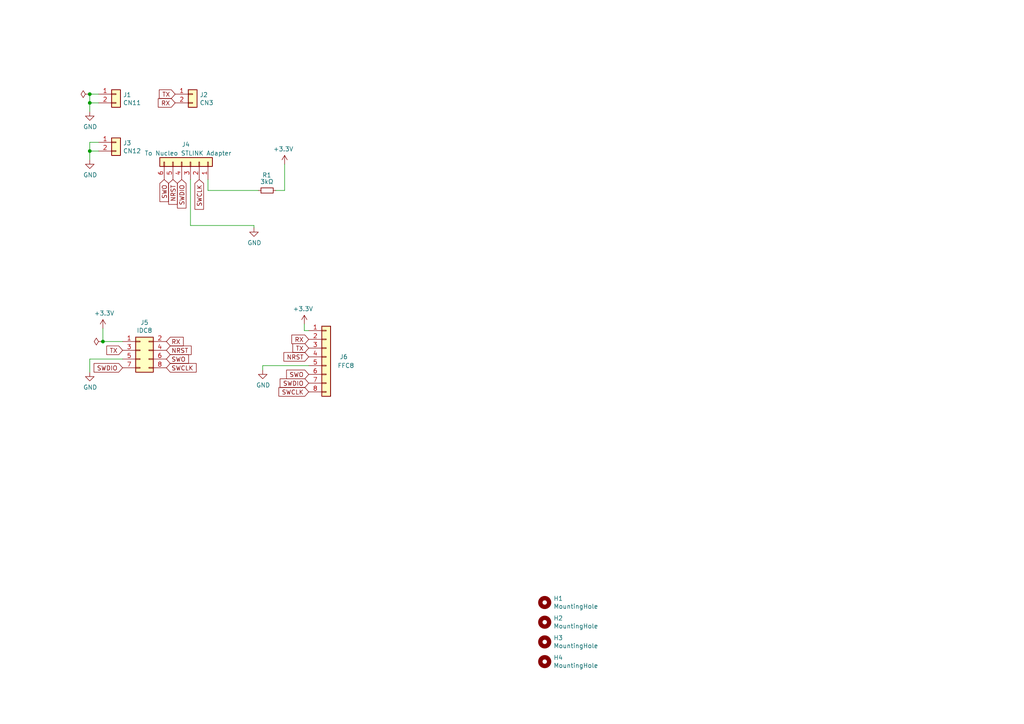
<source format=kicad_sch>
(kicad_sch (version 20230121) (generator eeschema)
  (paper "A4")
  (title_block (title "ST-Link Breakout") (date "2023-09-09") (company "Retronics - Bjørner Sandom"))
  (lib_symbols
    (symbol "Connector_Generic:Conn_01x02" (pin_names (offset 1.016) hide)
      (property "Reference" "J" (at 0 2.54 0))
      (property "Value" "Conn_01x02" (at 0 -5.08 0))
      (symbol "Conn_01x02_1_1"
        (rectangle (start -1.27 -2.413) (end 0 -2.667) (stroke (width 0.1524)))
        (rectangle (start -1.27 0.127) (end 0 -0.127) (stroke (width 0.1524)))
        (rectangle (start -1.27 1.27) (end 1.27 -3.81) (stroke (width 0.254)) (fill (type background)))
        (pin passive line (at -5.08 0 0) (length 3.81) (name "Pin_1") (number "1"))
        (pin passive line (at -5.08 -2.54 0) (length 3.81) (name "Pin_2") (number "2"))
      )
    )
    (symbol "Connector_Generic:Conn_01x06" (pin_names (offset 1.016) hide)
      (property "Reference" "J" (at 0 7.62 0))
      (property "Value" "Conn_01x06" (at 0 -10.16 0))
      (symbol "Conn_01x06_1_1"
        (rectangle (start -1.27 -7.493) (end 0 -7.747) (stroke (width 0.1524)))
        (rectangle (start -1.27 -4.953) (end 0 -5.207) (stroke (width 0.1524)))
        (rectangle (start -1.27 -2.413) (end 0 -2.667) (stroke (width 0.1524)))
        (rectangle (start -1.27 0.127) (end 0 -0.127) (stroke (width 0.1524)))
        (rectangle (start -1.27 2.667) (end 0 2.413) (stroke (width 0.1524)))
        (rectangle (start -1.27 5.207) (end 0 4.953) (stroke (width 0.1524)))
        (rectangle (start -1.27 6.35) (end 1.27 -8.89) (stroke (width 0.254)) (fill (type background)))
        (pin passive line (at -5.08 5.08 0) (length 3.81) (name "Pin_1") (number "1"))
        (pin passive line (at -5.08 2.54 0) (length 3.81) (name "Pin_2") (number "2"))
        (pin passive line (at -5.08 0 0) (length 3.81) (name "Pin_3") (number "3"))
        (pin passive line (at -5.08 -2.54 0) (length 3.81) (name "Pin_4") (number "4"))
        (pin passive line (at -5.08 -5.08 0) (length 3.81) (name "Pin_5") (number "5"))
        (pin passive line (at -5.08 -7.62 0) (length 3.81) (name "Pin_6") (number "6"))
      )
    )
    (symbol "Connector_Generic:Conn_01x08" (pin_names (offset 1.016) hide)
      (property "Reference" "J" (at 0 10.16 0))
      (property "Value" "Conn_01x08" (at 0 -12.7 0))
      (symbol "Conn_01x08_1_1"
        (rectangle (start -1.27 -10.033) (end 0 -10.287) (stroke (width 0.1524)))
        (rectangle (start -1.27 -7.493) (end 0 -7.747) (stroke (width 0.1524)))
        (rectangle (start -1.27 -4.953) (end 0 -5.207) (stroke (width 0.1524)))
        (rectangle (start -1.27 -2.413) (end 0 -2.667) (stroke (width 0.1524)))
        (rectangle (start -1.27 0.127) (end 0 -0.127) (stroke (width 0.1524)))
        (rectangle (start -1.27 2.667) (end 0 2.413) (stroke (width 0.1524)))
        (rectangle (start -1.27 5.207) (end 0 4.953) (stroke (width 0.1524)))
        (rectangle (start -1.27 7.747) (end 0 7.493) (stroke (width 0.1524)))
        (rectangle (start -1.27 8.89) (end 1.27 -11.43) (stroke (width 0.254)) (fill (type background)))
        (pin passive line (at -5.08 7.62 0) (length 3.81) (name "Pin_1") (number "1"))
        (pin passive line (at -5.08 5.08 0) (length 3.81) (name "Pin_2") (number "2"))
        (pin passive line (at -5.08 2.54 0) (length 3.81) (name "Pin_3") (number "3"))
        (pin passive line (at -5.08 0 0) (length 3.81) (name "Pin_4") (number "4"))
        (pin passive line (at -5.08 -2.54 0) (length 3.81) (name "Pin_5") (number "5"))
        (pin passive line (at -5.08 -5.08 0) (length 3.81) (name "Pin_6") (number "6"))
        (pin passive line (at -5.08 -7.62 0) (length 3.81) (name "Pin_7") (number "7"))
        (pin passive line (at -5.08 -10.16 0) (length 3.81) (name "Pin_8") (number "8"))
      )
    )
    (symbol "Connector_Generic:Conn_02x04_Odd_Even" (pin_names (offset 1.016) hide)
      (property "Reference" "J" (at 1.27 5.08 0))
      (property "Value" "Conn_02x04_Odd_Even" (at 1.27 -7.62 0))
      (symbol "Conn_02x04_Odd_Even_1_1"
        (rectangle (start -1.27 -4.953) (end 0 -5.207) (stroke (width 0.1524)))
        (rectangle (start -1.27 -2.413) (end 0 -2.667) (stroke (width 0.1524)))
        (rectangle (start -1.27 0.127) (end 0 -0.127) (stroke (width 0.1524)))
        (rectangle (start -1.27 2.667) (end 0 2.413) (stroke (width 0.1524)))
        (rectangle (start -1.27 3.81) (end 3.81 -6.35) (stroke (width 0.254)) (fill (type background)))
        (rectangle (start 3.81 -4.953) (end 2.54 -5.207) (stroke (width 0.1524)))
        (rectangle (start 3.81 -2.413) (end 2.54 -2.667) (stroke (width 0.1524)))
        (rectangle (start 3.81 0.127) (end 2.54 -0.127) (stroke (width 0.1524)))
        (rectangle (start 3.81 2.667) (end 2.54 2.413) (stroke (width 0.1524)))
        (pin passive line (at -5.08 2.54 0) (length 3.81) (name "Pin_1") (number "1"))
        (pin passive line (at 7.62 2.54 180) (length 3.81) (name "Pin_2") (number "2"))
        (pin passive line (at -5.08 0 0) (length 3.81) (name "Pin_3") (number "3"))
        (pin passive line (at 7.62 0 180) (length 3.81) (name "Pin_4") (number "4"))
        (pin passive line (at -5.08 -2.54 0) (length 3.81) (name "Pin_5") (number "5"))
        (pin passive line (at 7.62 -2.54 180) (length 3.81) (name "Pin_6") (number "6"))
        (pin passive line (at -5.08 -5.08 0) (length 3.81) (name "Pin_7") (number "7"))
        (pin passive line (at 7.62 -5.08 180) (length 3.81) (name "Pin_8") (number "8"))
      )
    )
    (symbol "Device:R_Small" (pin_numbers hide) (pin_names (offset 0.254) hide)
      (property "Reference" "R" (at 0.762 0.508 0))
      (property "Value" "R_Small" (at 0.762 -1.016 0))
      (symbol "R_Small_0_1"
        (rectangle (start -0.762 1.778) (end 0.762 -1.778) (stroke (width 0.2032)))
      )
      (symbol "R_Small_1_1"
        (pin passive line (at 0 2.54 270) (length 0.762) (name "~") (number "1"))
        (pin passive line (at 0 -2.54 90) (length 0.762) (name "~") (number "2"))
      )
    )
    (symbol "Mechanical:MountingHole" (pin_names (offset 1.016))
      (property "Reference" "H" (at 0 5.08 0))
      (property "Value" "MountingHole" (at 0 3.175 0))
      (symbol "MountingHole_0_1"
        (circle (center 0 0) (radius 1.27) (stroke (width 1.27)))
      )
    )
    (symbol "power:+3.3V" (power) (pin_names (offset 0))
      (property "Value" "+3.3V" (at 0 3.556 0))
      (symbol "+3.3V_0_1"
        (polyline (pts (xy -0.762 1.27) (xy 0 2.54)))
        (polyline (pts (xy 0 0) (xy 0 2.54)))
        (polyline (pts (xy 0 2.54) (xy 0.762 1.27)))
      )
      (symbol "+3.3V_1_1"
        (pin power_in line (at 0 0 90) (length 0) hide (name "+3.3V") (number "1"))
      )
    )
    (symbol "power:GND" (power) (pin_names (offset 0))
      (property "Value" "GND" (at 0 -3.81 0))
      (symbol "GND_0_1"
        (polyline (pts (xy 0 0) (xy 0 -1.27) (xy 1.27 -1.27) (xy 0 -2.54) (xy -1.27 -1.27) (xy 0 -1.27)))
      )
      (symbol "GND_1_1"
        (pin power_in line (at 0 0 270) (length 0) hide (name "GND") (number "1"))
      )
    )
    (symbol "power:PWR_FLAG" (power) (pin_numbers hide) (pin_names (offset 0) hide)
      (property "Value" "PWR_FLAG" (at 0 3.81 0))
      (symbol "PWR_FLAG_0_0"
        (pin power_out line (at 0 0 90) (length 0) (name "pwr") (number "1"))
      )
      (symbol "PWR_FLAG_0_1"
        (polyline (pts (xy 0 0) (xy 0 1.27) (xy -1.016 1.905) (xy 0 2.54) (xy 1.016 1.905) (xy 0 1.27)))
      )
    )
  )
  (junction (at 29.845 99.06))
  (junction (at 26.035 27.305))
  (junction (at 26.035 29.845))
  (junction (at 26.035 43.815))
  (wire (pts (xy 26.035 41.275) (xy 28.575 41.275)))
  (wire (pts (xy 73.66 65.405) (xy 73.66 66.04)))
  (wire (pts (xy 26.035 32.385) (xy 26.035 29.845)))
  (wire (pts (xy 26.035 107.95) (xy 26.035 104.14)))
  (wire (pts (xy 76.2 106.045) (xy 89.535 106.045)))
  (wire (pts (xy 60.325 52.07) (xy 60.325 55.245)))
  (wire (pts (xy 26.035 46.355) (xy 26.035 43.815)))
  (wire (pts (xy 26.035 29.845) (xy 26.035 27.305)))
  (wire (pts (xy 26.035 43.815) (xy 26.035 41.275)))
  (wire (pts (xy 88.265 93.98) (xy 88.265 95.885)))
  (wire (pts (xy 55.245 65.405) (xy 73.66 65.405)))
  (wire (pts (xy 26.035 27.305) (xy 28.575 27.305)))
  (wire (pts (xy 55.245 52.07) (xy 55.245 65.405)))
  (wire (pts (xy 82.55 47.625) (xy 82.55 55.245)))
  (wire (pts (xy 28.575 43.815) (xy 26.035 43.815)))
  (wire (pts (xy 76.2 107.315) (xy 76.2 106.045)))
  (wire (pts (xy 29.845 99.06) (xy 35.56 99.06)))
  (wire (pts (xy 88.265 95.885) (xy 89.535 95.885)))
  (wire (pts (xy 29.845 95.25) (xy 29.845 99.06)))
  (wire (pts (xy 28.575 29.845) (xy 26.035 29.845)))
  (wire (pts (xy 60.325 55.245) (xy 74.93 55.245)))
  (wire (pts (xy 26.035 104.14) (xy 35.56 104.14)))
  (wire (pts (xy 80.01 55.245) (xy 82.55 55.245)))
  (global_label "SWDIO" (shape input) (at 52.705 52.07 270) (property "Intersheetrefs" "${INTERSHEET_REFS}" (effects hide)))
  (global_label "SWO" (shape input) (at 48.26 104.14 0) (property "Intersheetrefs" "${INTERSHEET_REFS}" (effects hide)))
  (global_label "SWCLK" (shape input) (at 57.785 52.07 270) (property "Intersheetrefs" "${INTERSHEET_REFS}" (effects hide)))
  (global_label "RX" (shape input) (at 89.535 98.425 180) (property "Intersheetrefs" "${INTERSHEET_REFS}" (effects hide)))
  (global_label "NRST" (shape input) (at 89.535 103.505 180) (property "Intersheetrefs" "${INTERSHEET_REFS}" (effects hide)))
  (global_label "NRST" (shape input) (at 50.165 52.07 270) (property "Intersheetrefs" "${INTERSHEET_REFS}" (effects hide)))
  (global_label "NRST" (shape input) (at 48.26 101.6 0) (property "Intersheetrefs" "${INTERSHEET_REFS}" (effects hide)))
  (global_label "SWDIO" (shape input) (at 35.56 106.68 180) (property "Intersheetrefs" "${INTERSHEET_REFS}" (effects hide)))
  (global_label "SWCLK" (shape input) (at 48.26 106.68 0) (property "Intersheetrefs" "${INTERSHEET_REFS}" (effects hide)))
  (global_label "TX" (shape input) (at 50.8 27.305 180) (property "Intersheetrefs" "${INTERSHEET_REFS}" (effects hide)))
  (global_label "SWDIO" (shape input) (at 89.535 111.125 180) (property "Intersheetrefs" "${INTERSHEET_REFS}" (effects hide)))
  (global_label "TX" (shape input) (at 89.535 100.965 180) (property "Intersheetrefs" "${INTERSHEET_REFS}" (effects hide)))
  (global_label "SWO" (shape input) (at 47.625 52.07 270) (property "Intersheetrefs" "${INTERSHEET_REFS}" (effects hide)))
  (global_label "TX" (shape input) (at 35.56 101.6 180) (property "Intersheetrefs" "${INTERSHEET_REFS}" (effects hide)))
  (global_label "SWO" (shape input) (at 89.535 108.585 180) (property "Intersheetrefs" "${INTERSHEET_REFS}" (effects hide)))
  (global_label "SWCLK" (shape input) (at 89.535 113.665 180) (property "Intersheetrefs" "${INTERSHEET_REFS}" (effects hide)))
  (global_label "RX" (shape input) (at 48.26 99.06 0) (property "Intersheetrefs" "${INTERSHEET_REFS}" (effects hide)))
  (global_label "RX" (shape input) (at 50.8 29.845 180) (property "Intersheetrefs" "${INTERSHEET_REFS}" (effects hide)))
  (symbol (lib_id "Connector_Generic:Conn_01x02") (at 33.655 27.305 0) (unit 1)
    (property "Reference" "J1" (at 35.687 27.5082 0) (effects (justify left)))
    (property "Value" "CN11" (at 35.687 29.8196 0) (effects (justify left)))
    (property "Footprint" "Connector_PinSocket_2.54mm:PinSocket_1x02_P2.54mm_Vertical" (effects hide))
  )
  (symbol (lib_id "power:GND") (at 26.035 32.385 0) (unit 1)
    (property "Reference" "#PWR01" (effects hide))
    (property "Value" "GND" (at 26.162 36.7792 0))
  )
  (symbol (lib_id "Connector_Generic:Conn_01x02") (at 33.655 41.275 0) (unit 1)
    (property "Reference" "J3" (at 35.687 41.4782 0) (effects (justify left)))
    (property "Value" "CN12" (at 35.687 43.7896 0) (effects (justify left)))
    (property "Footprint" "Connector_PinSocket_2.54mm:PinSocket_1x02_P2.54mm_Vertical" (effects hide))
  )
  (symbol (lib_id "power:GND") (at 26.035 46.355 0) (unit 1)
    (property "Reference" "#PWR02" (effects hide))
    (property "Value" "GND" (at 26.162 50.7492 0))
  )
  (symbol (lib_id "Connector_Generic:Conn_01x06") (at 55.245 46.99 270) (mirror x) (unit 1)
    (property "Reference" "J4" (at 52.705 41.91 90) (effects (justify left)))
    (property "Value" "To Nucleo STLINK Adapter" (at 41.91 44.45 90) (effects (justify left)))
    (property "Footprint" "Connector_PinSocket_2.54mm:PinSocket_1x06_P2.54mm_Vertical" (effects hide))
  )
  (symbol (lib_id "Connector_Generic:Conn_01x02") (at 55.88 27.305 0) (unit 1)
    (property "Reference" "J2" (at 57.912 27.5082 0) (effects (justify left)))
    (property "Value" "CN3" (at 57.912 29.8196 0) (effects (justify left)))
    (property "Footprint" "Connector_PinSocket_2.54mm:PinSocket_1x02_P2.54mm_Vertical" (effects hide))
  )
  (symbol (lib_id "Connector_Generic:Conn_02x04_Odd_Even") (at 40.64 101.6 0) (unit 1)
    (property "Reference" "J5" (at 41.91 93.5482 0))
    (property "Value" "IDC8" (at 41.91 95.8596 0))
    (property "Footprint" "Connector_IDC:IDC-Header_2x04_P2.54mm_Vertical" (effects hide))
  )
  (symbol (lib_id "power:GND") (at 26.035 107.95 0) (unit 1)
    (property "Reference" "#PWR08" (effects hide))
    (property "Value" "GND" (at 26.162 112.3442 0))
  )
  (symbol (lib_id "Mechanical:MountingHole") (at 157.988 174.752 0) (unit 1)
    (property "Reference" "H1" (at 160.528 173.5836 0) (effects (justify left)))
    (property "Value" "MountingHole" (at 160.528 175.895 0) (effects (justify left)))
    (property "Footprint" "MountingHole:MountingHole_3.2mm_M3" (effects hide))
  )
  (symbol (lib_id "Mechanical:MountingHole") (at 157.988 180.467 0) (unit 1)
    (property "Reference" "H2" (at 160.528 179.2986 0) (effects (justify left)))
    (property "Value" "MountingHole" (at 160.528 181.61 0) (effects (justify left)))
    (property "Footprint" "MountingHole:MountingHole_3.2mm_M3" (effects hide))
  )
  (symbol (lib_id "Mechanical:MountingHole") (at 157.988 186.182 0) (unit 1)
    (property "Reference" "H3" (at 160.528 185.0136 0) (effects (justify left)))
    (property "Value" "MountingHole" (at 160.528 187.325 0) (effects (justify left)))
    (property "Footprint" "MountingHole:MountingHole_3.2mm_M3" (effects hide))
  )
  (symbol (lib_id "Mechanical:MountingHole") (at 157.988 191.897 0) (unit 1)
    (property "Reference" "H4" (at 160.528 190.7286 0) (effects (justify left)))
    (property "Value" "MountingHole" (at 160.528 193.04 0) (effects (justify left)))
    (property "Footprint" "MountingHole:MountingHole_3.2mm_M3" (effects hide))
  )
  (symbol (lib_id "power:GND") (at 73.66 66.04 0) (unit 1)
    (property "Reference" "#PWR04" (effects hide))
    (property "Value" "GND" (at 73.787 70.4342 0))
  )
  (symbol (lib_id "power:+3.3V") (at 29.845 95.25 0) (unit 1)
    (property "Reference" "#PWR06" (effects hide))
    (property "Value" "+3.3V" (at 30.226 90.8558 0))
  )
  (symbol (lib_id "power:GND") (at 76.2 107.315 0) (unit 1)
    (property "Reference" "#PWR07" (effects hide))
    (property "Value" "GND" (at 76.327 111.7092 0))
  )
  (symbol (lib_id "power:+3.3V") (at 88.265 93.98 0) (mirror y) (unit 1)
    (property "Reference" "#PWR05" (effects hide))
    (property "Value" "+3.3V" (at 87.884 89.5858 0))
  )
  (symbol (lib_id "power:+3.3V") (at 82.55 47.625 0) (mirror y) (unit 1)
    (property "Reference" "#PWR03" (effects hide))
    (property "Value" "+3.3V" (at 82.169 43.2308 0))
  )
  (symbol (lib_id "power:PWR_FLAG") (at 26.035 27.305 90) (unit 1)
    (property "Reference" "#FLG01" (effects hide))
    (property "Value" "PWR_FLAG" (effects hide))
  )
  (symbol (lib_id "Device:R_Small") (at 77.47 55.245 90) (unit 1)
    (property "Reference" "R1" (at 78.74 50.8 90) (effects (justify left)))
    (property "Value" "3kΩ" (at 79.375 52.705 90) (effects (justify left)))
    (property "Footprint" "Resistor_SMD:R_0603_1608Metric_Pad0.98x0.95mm_HandSolder" (effects hide))
  )
  (symbol (lib_id "power:PWR_FLAG") (at 29.845 99.06 90) (unit 1)
    (property "Reference" "#FLG02" (effects hide))
    (property "Value" "PWR_FLAG" (effects hide))
  )
  (symbol (lib_id "Connector_Generic:Conn_01x08") (at 94.615 103.505 0) (unit 1)
    (property "Reference" "J6" (at 99.695 103.505 0))
    (property "Value" "FFC8" (at 100.33 106.045 0))
    (property "Footprint" "myDevices:0527450897" (effects hide))
  )
)
</source>
